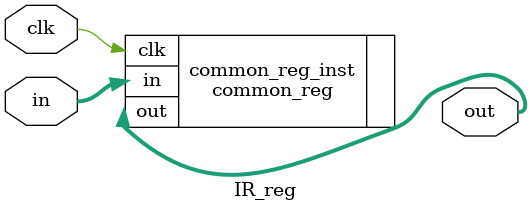
<source format=sv>
module IR_reg(clk,in,out);
	input				clk;
	input[15:0]		in;
	output[15:0]	out;
	common_reg#(16) common_reg_inst(.clk(clk),.in(in),.out(out));
endmodule
</source>
